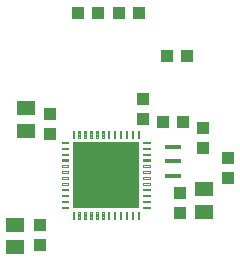
<source format=gbr>
G04 EAGLE Gerber RS-274X export*
G75*
%MOMM*%
%FSLAX34Y34*%
%LPD*%
%INSolderpaste Bottom*%
%IPPOS*%
%AMOC8*
5,1,8,0,0,1.08239X$1,22.5*%
G01*
%ADD10R,1.000000X1.100000*%
%ADD11R,1.500000X1.300000*%
%ADD12C,0.124994*%
%ADD13R,5.699988X5.699988*%
%ADD14R,1.399997X0.400000*%
%ADD15R,1.100000X1.000000*%


D10*
X254459Y172488D03*
X254459Y189488D03*
D11*
X255136Y119038D03*
X255136Y138038D03*
D12*
X203625Y176875D02*
X203625Y178125D01*
X209375Y178125D01*
X209375Y176875D01*
X203625Y176875D01*
X203625Y178062D02*
X209375Y178062D01*
X203625Y173125D02*
X203625Y171875D01*
X203625Y173125D02*
X209375Y173125D01*
X209375Y171875D01*
X203625Y171875D01*
X203625Y173062D02*
X209375Y173062D01*
X203625Y168125D02*
X203625Y166875D01*
X203625Y168125D02*
X209375Y168125D01*
X209375Y166875D01*
X203625Y166875D01*
X203625Y168062D02*
X209375Y168062D01*
X203625Y163125D02*
X203625Y161875D01*
X203625Y163125D02*
X209375Y163125D01*
X209375Y161875D01*
X203625Y161875D01*
X203625Y163062D02*
X209375Y163062D01*
X203625Y158125D02*
X203625Y156875D01*
X203625Y158125D02*
X209375Y158125D01*
X209375Y156875D01*
X203625Y156875D01*
X203625Y158062D02*
X209375Y158062D01*
X203625Y153125D02*
X203625Y151875D01*
X203625Y153125D02*
X209375Y153125D01*
X209375Y151875D01*
X203625Y151875D01*
X203625Y153062D02*
X209375Y153062D01*
X203625Y148125D02*
X203625Y146875D01*
X203625Y148125D02*
X209375Y148125D01*
X209375Y146875D01*
X203625Y146875D01*
X203625Y148062D02*
X209375Y148062D01*
X203625Y143125D02*
X203625Y141875D01*
X203625Y143125D02*
X209375Y143125D01*
X209375Y141875D01*
X203625Y141875D01*
X203625Y143062D02*
X209375Y143062D01*
X203625Y138125D02*
X203625Y136875D01*
X203625Y138125D02*
X209375Y138125D01*
X209375Y136875D01*
X203625Y136875D01*
X203625Y138062D02*
X209375Y138062D01*
X203625Y133125D02*
X203625Y131875D01*
X203625Y133125D02*
X209375Y133125D01*
X209375Y131875D01*
X203625Y131875D01*
X203625Y133062D02*
X209375Y133062D01*
X203625Y128125D02*
X203625Y126875D01*
X203625Y128125D02*
X209375Y128125D01*
X209375Y126875D01*
X203625Y126875D01*
X203625Y128062D02*
X209375Y128062D01*
X203625Y123125D02*
X203625Y121875D01*
X203625Y123125D02*
X209375Y123125D01*
X209375Y121875D01*
X203625Y121875D01*
X203625Y123062D02*
X209375Y123062D01*
X200125Y118375D02*
X198875Y118375D01*
X200125Y118375D02*
X200125Y112625D01*
X198875Y112625D01*
X198875Y118375D01*
X198875Y113812D02*
X200125Y113812D01*
X200125Y114999D02*
X198875Y114999D01*
X198875Y116186D02*
X200125Y116186D01*
X200125Y117373D02*
X198875Y117373D01*
X195125Y118375D02*
X193875Y118375D01*
X195125Y118375D02*
X195125Y112625D01*
X193875Y112625D01*
X193875Y118375D01*
X193875Y113812D02*
X195125Y113812D01*
X195125Y114999D02*
X193875Y114999D01*
X193875Y116186D02*
X195125Y116186D01*
X195125Y117373D02*
X193875Y117373D01*
X190125Y118375D02*
X188875Y118375D01*
X190125Y118375D02*
X190125Y112625D01*
X188875Y112625D01*
X188875Y118375D01*
X188875Y113812D02*
X190125Y113812D01*
X190125Y114999D02*
X188875Y114999D01*
X188875Y116186D02*
X190125Y116186D01*
X190125Y117373D02*
X188875Y117373D01*
X185125Y118375D02*
X183875Y118375D01*
X185125Y118375D02*
X185125Y112625D01*
X183875Y112625D01*
X183875Y118375D01*
X183875Y113812D02*
X185125Y113812D01*
X185125Y114999D02*
X183875Y114999D01*
X183875Y116186D02*
X185125Y116186D01*
X185125Y117373D02*
X183875Y117373D01*
X180125Y118375D02*
X178875Y118375D01*
X180125Y118375D02*
X180125Y112625D01*
X178875Y112625D01*
X178875Y118375D01*
X178875Y113812D02*
X180125Y113812D01*
X180125Y114999D02*
X178875Y114999D01*
X178875Y116186D02*
X180125Y116186D01*
X180125Y117373D02*
X178875Y117373D01*
X175125Y118375D02*
X173875Y118375D01*
X175125Y118375D02*
X175125Y112625D01*
X173875Y112625D01*
X173875Y118375D01*
X173875Y113812D02*
X175125Y113812D01*
X175125Y114999D02*
X173875Y114999D01*
X173875Y116186D02*
X175125Y116186D01*
X175125Y117373D02*
X173875Y117373D01*
X170125Y118375D02*
X168875Y118375D01*
X170125Y118375D02*
X170125Y112625D01*
X168875Y112625D01*
X168875Y118375D01*
X168875Y113812D02*
X170125Y113812D01*
X170125Y114999D02*
X168875Y114999D01*
X168875Y116186D02*
X170125Y116186D01*
X170125Y117373D02*
X168875Y117373D01*
X165125Y118375D02*
X163875Y118375D01*
X165125Y118375D02*
X165125Y112625D01*
X163875Y112625D01*
X163875Y118375D01*
X163875Y113812D02*
X165125Y113812D01*
X165125Y114999D02*
X163875Y114999D01*
X163875Y116186D02*
X165125Y116186D01*
X165125Y117373D02*
X163875Y117373D01*
X160125Y118375D02*
X158875Y118375D01*
X160125Y118375D02*
X160125Y112625D01*
X158875Y112625D01*
X158875Y118375D01*
X158875Y113812D02*
X160125Y113812D01*
X160125Y114999D02*
X158875Y114999D01*
X158875Y116186D02*
X160125Y116186D01*
X160125Y117373D02*
X158875Y117373D01*
X155125Y118375D02*
X153875Y118375D01*
X155125Y118375D02*
X155125Y112625D01*
X153875Y112625D01*
X153875Y118375D01*
X153875Y113812D02*
X155125Y113812D01*
X155125Y114999D02*
X153875Y114999D01*
X153875Y116186D02*
X155125Y116186D01*
X155125Y117373D02*
X153875Y117373D01*
X150125Y118375D02*
X148875Y118375D01*
X150125Y118375D02*
X150125Y112625D01*
X148875Y112625D01*
X148875Y118375D01*
X148875Y113812D02*
X150125Y113812D01*
X150125Y114999D02*
X148875Y114999D01*
X148875Y116186D02*
X150125Y116186D01*
X150125Y117373D02*
X148875Y117373D01*
X145125Y118375D02*
X143875Y118375D01*
X145125Y118375D02*
X145125Y112625D01*
X143875Y112625D01*
X143875Y118375D01*
X143875Y113812D02*
X145125Y113812D01*
X145125Y114999D02*
X143875Y114999D01*
X143875Y116186D02*
X145125Y116186D01*
X145125Y117373D02*
X143875Y117373D01*
X140375Y121875D02*
X140375Y123125D01*
X140375Y121875D02*
X134625Y121875D01*
X134625Y123125D01*
X140375Y123125D01*
X140375Y123062D02*
X134625Y123062D01*
X140375Y126875D02*
X140375Y128125D01*
X140375Y126875D02*
X134625Y126875D01*
X134625Y128125D01*
X140375Y128125D01*
X140375Y128062D02*
X134625Y128062D01*
X140375Y131875D02*
X140375Y133125D01*
X140375Y131875D02*
X134625Y131875D01*
X134625Y133125D01*
X140375Y133125D01*
X140375Y133062D02*
X134625Y133062D01*
X140375Y136875D02*
X140375Y138125D01*
X140375Y136875D02*
X134625Y136875D01*
X134625Y138125D01*
X140375Y138125D01*
X140375Y138062D02*
X134625Y138062D01*
X140375Y141875D02*
X140375Y143125D01*
X140375Y141875D02*
X134625Y141875D01*
X134625Y143125D01*
X140375Y143125D01*
X140375Y143062D02*
X134625Y143062D01*
X140375Y146875D02*
X140375Y148125D01*
X140375Y146875D02*
X134625Y146875D01*
X134625Y148125D01*
X140375Y148125D01*
X140375Y148062D02*
X134625Y148062D01*
X140375Y151875D02*
X140375Y153125D01*
X140375Y151875D02*
X134625Y151875D01*
X134625Y153125D01*
X140375Y153125D01*
X140375Y153062D02*
X134625Y153062D01*
X140375Y156875D02*
X140375Y158125D01*
X140375Y156875D02*
X134625Y156875D01*
X134625Y158125D01*
X140375Y158125D01*
X140375Y158062D02*
X134625Y158062D01*
X140375Y161875D02*
X140375Y163125D01*
X140375Y161875D02*
X134625Y161875D01*
X134625Y163125D01*
X140375Y163125D01*
X140375Y163062D02*
X134625Y163062D01*
X140375Y166875D02*
X140375Y168125D01*
X140375Y166875D02*
X134625Y166875D01*
X134625Y168125D01*
X140375Y168125D01*
X140375Y168062D02*
X134625Y168062D01*
X140375Y171875D02*
X140375Y173125D01*
X140375Y171875D02*
X134625Y171875D01*
X134625Y173125D01*
X140375Y173125D01*
X140375Y173062D02*
X134625Y173062D01*
X140375Y176875D02*
X140375Y178125D01*
X140375Y176875D02*
X134625Y176875D01*
X134625Y178125D01*
X140375Y178125D01*
X140375Y178062D02*
X134625Y178062D01*
X143875Y181625D02*
X145125Y181625D01*
X143875Y181625D02*
X143875Y187375D01*
X145125Y187375D01*
X145125Y181625D01*
X145125Y182812D02*
X143875Y182812D01*
X143875Y183999D02*
X145125Y183999D01*
X145125Y185186D02*
X143875Y185186D01*
X143875Y186373D02*
X145125Y186373D01*
X148875Y181625D02*
X150125Y181625D01*
X148875Y181625D02*
X148875Y187375D01*
X150125Y187375D01*
X150125Y181625D01*
X150125Y182812D02*
X148875Y182812D01*
X148875Y183999D02*
X150125Y183999D01*
X150125Y185186D02*
X148875Y185186D01*
X148875Y186373D02*
X150125Y186373D01*
X153875Y181625D02*
X155125Y181625D01*
X153875Y181625D02*
X153875Y187375D01*
X155125Y187375D01*
X155125Y181625D01*
X155125Y182812D02*
X153875Y182812D01*
X153875Y183999D02*
X155125Y183999D01*
X155125Y185186D02*
X153875Y185186D01*
X153875Y186373D02*
X155125Y186373D01*
X158875Y181625D02*
X160125Y181625D01*
X158875Y181625D02*
X158875Y187375D01*
X160125Y187375D01*
X160125Y181625D01*
X160125Y182812D02*
X158875Y182812D01*
X158875Y183999D02*
X160125Y183999D01*
X160125Y185186D02*
X158875Y185186D01*
X158875Y186373D02*
X160125Y186373D01*
X163875Y181625D02*
X165125Y181625D01*
X163875Y181625D02*
X163875Y187375D01*
X165125Y187375D01*
X165125Y181625D01*
X165125Y182812D02*
X163875Y182812D01*
X163875Y183999D02*
X165125Y183999D01*
X165125Y185186D02*
X163875Y185186D01*
X163875Y186373D02*
X165125Y186373D01*
X168875Y181625D02*
X170125Y181625D01*
X168875Y181625D02*
X168875Y187375D01*
X170125Y187375D01*
X170125Y181625D01*
X170125Y182812D02*
X168875Y182812D01*
X168875Y183999D02*
X170125Y183999D01*
X170125Y185186D02*
X168875Y185186D01*
X168875Y186373D02*
X170125Y186373D01*
X173875Y181625D02*
X175125Y181625D01*
X173875Y181625D02*
X173875Y187375D01*
X175125Y187375D01*
X175125Y181625D01*
X175125Y182812D02*
X173875Y182812D01*
X173875Y183999D02*
X175125Y183999D01*
X175125Y185186D02*
X173875Y185186D01*
X173875Y186373D02*
X175125Y186373D01*
X178875Y181625D02*
X180125Y181625D01*
X178875Y181625D02*
X178875Y187375D01*
X180125Y187375D01*
X180125Y181625D01*
X180125Y182812D02*
X178875Y182812D01*
X178875Y183999D02*
X180125Y183999D01*
X180125Y185186D02*
X178875Y185186D01*
X178875Y186373D02*
X180125Y186373D01*
X183875Y181625D02*
X185125Y181625D01*
X183875Y181625D02*
X183875Y187375D01*
X185125Y187375D01*
X185125Y181625D01*
X185125Y182812D02*
X183875Y182812D01*
X183875Y183999D02*
X185125Y183999D01*
X185125Y185186D02*
X183875Y185186D01*
X183875Y186373D02*
X185125Y186373D01*
X188875Y181625D02*
X190125Y181625D01*
X188875Y181625D02*
X188875Y187375D01*
X190125Y187375D01*
X190125Y181625D01*
X190125Y182812D02*
X188875Y182812D01*
X188875Y183999D02*
X190125Y183999D01*
X190125Y185186D02*
X188875Y185186D01*
X188875Y186373D02*
X190125Y186373D01*
X193875Y181625D02*
X195125Y181625D01*
X193875Y181625D02*
X193875Y187375D01*
X195125Y187375D01*
X195125Y181625D01*
X195125Y182812D02*
X193875Y182812D01*
X193875Y183999D02*
X195125Y183999D01*
X195125Y185186D02*
X193875Y185186D01*
X193875Y186373D02*
X195125Y186373D01*
X198875Y181625D02*
X200125Y181625D01*
X198875Y181625D02*
X198875Y187375D01*
X200125Y187375D01*
X200125Y181625D01*
X200125Y182812D02*
X198875Y182812D01*
X198875Y183999D02*
X200125Y183999D01*
X200125Y185186D02*
X198875Y185186D01*
X198875Y186373D02*
X200125Y186373D01*
D13*
X172000Y150000D03*
D14*
X228574Y173430D03*
X228574Y161430D03*
X228574Y149430D03*
D10*
X223772Y250584D03*
X240772Y250584D03*
D11*
X104182Y187429D03*
X104182Y206429D03*
X94784Y107938D03*
X94784Y88938D03*
D10*
X234484Y117524D03*
X234484Y134524D03*
X125010Y184680D03*
X125010Y201680D03*
X116628Y107700D03*
X116628Y90700D03*
X203750Y197380D03*
X203750Y214380D03*
D15*
X220650Y194958D03*
X237650Y194958D03*
X275378Y164088D03*
X275378Y147088D03*
D10*
X199804Y287414D03*
X182804Y287414D03*
X165768Y287414D03*
X148768Y287414D03*
M02*

</source>
